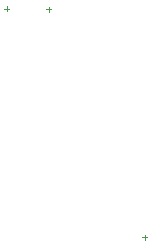
<source format=gm1>
G04*
G04 #@! TF.GenerationSoftware,Altium Limited,Altium Designer,19.1.5 (86)*
G04*
G04 Layer_Color=16711935*
%FSLAX25Y25*%
%MOIN*%
G70*
G01*
G75*
%ADD77C,0.00394*%
D77*
X344713Y249500D02*
X346287D01*
X345500Y248713D02*
Y250287D01*
X330713Y249610D02*
X332287D01*
X331500Y248823D02*
Y250398D01*
X376713Y173500D02*
X378287D01*
X377500Y172713D02*
Y174287D01*
M02*

</source>
